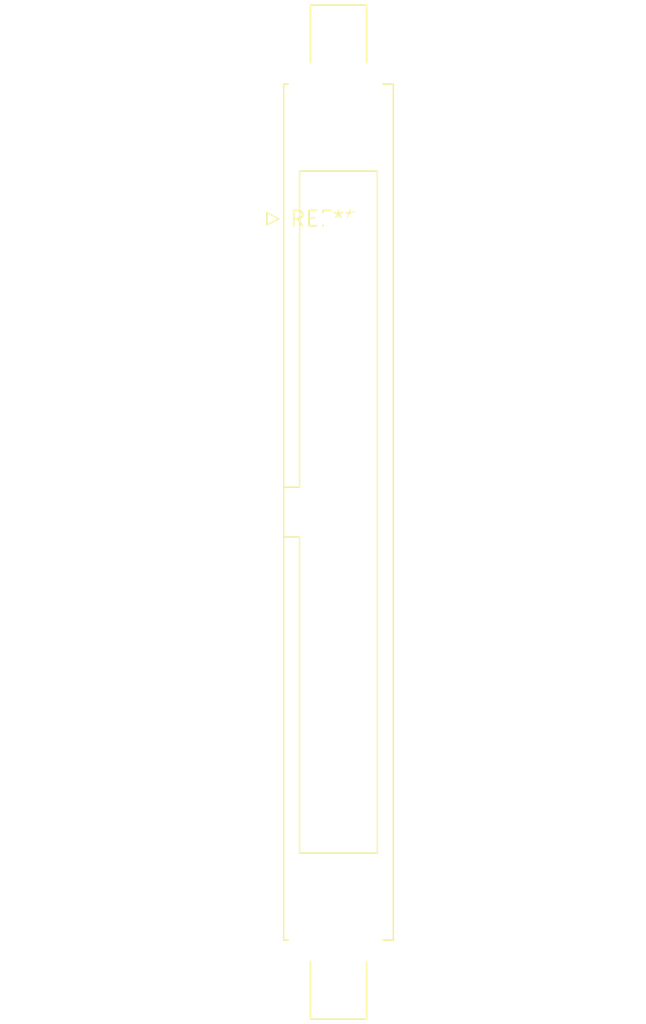
<source format=kicad_pcb>
(kicad_pcb (version 20240108) (generator pcbnew)
  (layers (0 "F.Cu" signal) (31 "B.Cu" signal) (34 "B.Paste" user) (35 "F.Paste" user) (36 "B.SilkS" user "B.Silkscreen") (37 "F.SilkS" user "F.Silkscreen") (38 "B.Mask" user) (39 "F.Mask" user) (44 "Edge.Cuts" user))
  (net 0 "")
  (footprint "IDC-Header_2x20-1MP_P2.54mm_Latch6.5mm_Vertical" (layer "F.Cu") (at 0 0)
    (property "Reference" "REF**")
    (property "Value" "IDC-Header_2x20-1MP_P2.54mm_Latch6.5mm_Vertical")
    (fp_line (start -4.63 -0.5) (end -4.63 0.5) (layer "F.SilkS") (stroke (width 0.12)))
    (fp_line (start -4.63 0.5) (end -3.63 0) (layer "F.SilkS") (stroke (width 0.12)))
    (fp_line (start -3.63 0) (end -4.63 -0.5) (layer "F.SilkS") (stroke (width 0.12)))
    (fp_line (start -3.24 -11.08) (end -3.24 59.34) (layer "F.SilkS") (stroke (width 0.12)))
    (fp_line (start -3.24 22.08) (end -1.93 22.08) (layer "F.SilkS") (stroke (width 0.12)))
    (fp_line (start -3.24 59.34) (end -2.87 59.34) (layer "F.SilkS") (stroke (width 0.12)))
    (fp_line (start -2.87 -11.08) (end -3.24 -11.08) (layer "F.SilkS") (stroke (width 0.12)))
    (fp_line (start -1.93 -3.92) (end 4.47 -3.92) (layer "F.SilkS") (stroke (width 0.12)))
    (fp_line (start -1.93 22.08) (end -1.93 -3.92) (layer "F.SilkS") (stroke (width 0.12)))
    (fp_line (start -1.93 26.18) (end -3.24 26.18) (layer "F.SilkS") (stroke (width 0.12)))
    (fp_line (start -1.93 26.18) (end -1.93 26.18) (layer "F.SilkS") (stroke (width 0.12)))
    (fp_line (start -1.93 52.18) (end -1.93 26.18) (layer "F.SilkS") (stroke (width 0.12)))
    (fp_line (start -1.04 -17.58) (end 3.58 -17.58) (layer "F.SilkS") (stroke (width 0.12)))
    (fp_line (start -1.04 -12.83) (end -1.04 -17.58) (layer "F.SilkS") (stroke (width 0.12)))
    (fp_line (start -1.04 61.09) (end -1.04 65.84) (layer "F.SilkS") (stroke (width 0.12)))
    (fp_line (start -1.04 65.84) (end 3.58 65.84) (layer "F.SilkS") (stroke (width 0.12)))
    (fp_line (start 3.58 -17.58) (end 3.58 -12.83) (layer "F.SilkS") (stroke (width 0.12)))
    (fp_line (start 3.58 65.84) (end 3.58 61.09) (layer "F.SilkS") (stroke (width 0.12)))
    (fp_line (start 4.47 -3.92) (end 4.47 52.18) (layer "F.SilkS") (stroke (width 0.12)))
    (fp_line (start 4.47 52.18) (end -1.93 52.18) (layer "F.SilkS") (stroke (width 0.12)))
    (fp_line (start 4.91 -11.08) (end 5.78 -11.08) (layer "F.SilkS") (stroke (width 0.12)))
    (fp_line (start 5.78 -11.08) (end 5.78 59.34) (layer "F.SilkS") (stroke (width 0.12)))
    (fp_line (start 5.78 59.34) (end 4.91 59.34) (layer "F.SilkS") (stroke (width 0.12)))
    (pad "1" thru_hole roundrect (at 0 0) (size 1.7 1.7) (drill 1) (layers *.Cu *.Mask) (remove_unused_layers) (roundrect_rratio 0.147059))
    (pad "2" thru_hole circle (at 2.54 0) (size 1.7 1.7) (drill 1) (layers *.Cu *.Mask) (remove_unused_layers))
    (pad "3" thru_hole circle (at 0 2.54) (size 1.7 1.7) (drill 1) (layers *.Cu *.Mask) (remove_unused_layers))
    (pad "4" thru_hole circle (at 2.54 2.54) (size 1.7 1.7) (drill 1) (layers *.Cu *.Mask) (remove_unused_layers))
    (pad "5" thru_hole circle (at 0 5.08) (size 1.7 1.7) (drill 1) (layers *.Cu *.Mask) (remove_unused_layers))
    (pad "6" thru_hole circle (at 2.54 5.08) (size 1.7 1.7) (drill 1) (layers *.Cu *.Mask) (remove_unused_layers))
    (pad "7" thru_hole circle (at 0 7.62) (size 1.7 1.7) (drill 1) (layers *.Cu *.Mask) (remove_unused_layers))
    (pad "8" thru_hole circle (at 2.54 7.62) (size 1.7 1.7) (drill 1) (layers *.Cu *.Mask) (remove_unused_layers))
    (pad "9" thru_hole circle (at 0 10.16) (size 1.7 1.7) (drill 1) (layers *.Cu *.Mask) (remove_unused_layers))
    (pad "10" thru_hole circle (at 2.54 10.16) (size 1.7 1.7) (drill 1) (layers *.Cu *.Mask) (remove_unused_layers))
    (pad "11" thru_hole circle (at 0 12.7) (size 1.7 1.7) (drill 1) (layers *.Cu *.Mask) (remove_unused_layers))
    (pad "12" thru_hole circle (at 2.54 12.7) (size 1.7 1.7) (drill 1) (layers *.Cu *.Mask) (remove_unused_layers))
    (pad "13" thru_hole circle (at 0 15.24) (size 1.7 1.7) (drill 1) (layers *.Cu *.Mask) (remove_unused_layers))
    (pad "14" thru_hole circle (at 2.54 15.24) (size 1.7 1.7) (drill 1) (layers *.Cu *.Mask) (remove_unused_layers))
    (pad "15" thru_hole circle (at 0 17.78) (size 1.7 1.7) (drill 1) (layers *.Cu *.Mask) (remove_unused_layers))
    (pad "16" thru_hole circle (at 2.54 17.78) (size 1.7 1.7) (drill 1) (layers *.Cu *.Mask) (remove_unused_layers))
    (pad "17" thru_hole circle (at 0 20.32) (size 1.7 1.7) (drill 1) (layers *.Cu *.Mask) (remove_unused_layers))
    (pad "18" thru_hole circle (at 2.54 20.32) (size 1.7 1.7) (drill 1) (layers *.Cu *.Mask) (remove_unused_layers))
    (pad "19" thru_hole circle (at 0 22.86) (size 1.7 1.7) (drill 1) (layers *.Cu *.Mask) (remove_unused_layers))
    (pad "20" thru_hole circle (at 2.54 22.86) (size 1.7 1.7) (drill 1) (layers *.Cu *.Mask) (remove_unused_layers))
    (pad "21" thru_hole circle (at 0 25.4) (size 1.7 1.7) (drill 1) (layers *.Cu *.Mask) (remove_unused_layers))
    (pad "22" thru_hole circle (at 2.54 25.4) (size 1.7 1.7) (drill 1) (layers *.Cu *.Mask) (remove_unused_layers))
    (pad "23" thru_hole circle (at 0 27.94) (size 1.7 1.7) (drill 1) (layers *.Cu *.Mask) (remove_unused_layers))
    (pad "24" thru_hole circle (at 2.54 27.94) (size 1.7 1.7) (drill 1) (layers *.Cu *.Mask) (remove_unused_layers))
    (pad "25" thru_hole circle (at 0 30.48) (size 1.7 1.7) (drill 1) (layers *.Cu *.Mask) (remove_unused_layers))
    (pad "26" thru_hole circle (at 2.54 30.48) (size 1.7 1.7) (drill 1) (layers *.Cu *.Mask) (remove_unused_layers))
    (pad "27" thru_hole circle (at 0 33.02) (size 1.7 1.7) (drill 1) (layers *.Cu *.Mask) (remove_unused_layers))
    (pad "28" thru_hole circle (at 2.54 33.02) (size 1.7 1.7) (drill 1) (layers *.Cu *.Mask) (remove_unused_layers))
    (pad "29" thru_hole circle (at 0 35.56) (size 1.7 1.7) (drill 1) (layers *.Cu *.Mask) (remove_unused_layers))
    (pad "30" thru_hole circle (at 2.54 35.56) (size 1.7 1.7) (drill 1) (layers *.Cu *.Mask) (remove_unused_layers))
    (pad "31" thru_hole circle (at 0 38.1) (size 1.7 1.7) (drill 1) (layers *.Cu *.Mask) (remove_unused_layers))
    (pad "32" thru_hole circle (at 2.54 38.1) (size 1.7 1.7) (drill 1) (layers *.Cu *.Mask) (remove_unused_layers))
    (pad "33" thru_hole circle (at 0 40.64) (size 1.7 1.7) (drill 1) (layers *.Cu *.Mask) (remove_unused_layers))
    (pad "34" thru_hole circle (at 2.54 40.64) (size 1.7 1.7) (drill 1) (layers *.Cu *.Mask) (remove_unused_layers))
    (pad "35" thru_hole circle (at 0 43.18) (size 1.7 1.7) (drill 1) (layers *.Cu *.Mask) (remove_unused_layers))
    (pad "36" thru_hole circle (at 2.54 43.18) (size 1.7 1.7) (drill 1) (layers *.Cu *.Mask) (remove_unused_layers))
    (pad "37" thru_hole circle (at 0 45.72) (size 1.7 1.7) (drill 1) (layers *.Cu *.Mask) (remove_unused_layers))
    (pad "38" thru_hole circle (at 2.54 45.72) (size 1.7 1.7) (drill 1) (layers *.Cu *.Mask) (remove_unused_layers))
    (pad "39" thru_hole circle (at 0 48.26) (size 1.7 1.7) (drill 1) (layers *.Cu *.Mask) (remove_unused_layers))
    (pad "40" thru_hole circle (at 2.54 48.26) (size 1.7 1.7) (drill 1) (layers *.Cu *.Mask) (remove_unused_layers))
    (pad "MP" thru_hole circle (at 1.02 -8.94) (size 8 8) (drill 2.69) (layers *.Cu *.Mask) (remove_unused_layers))
    (pad "MP" thru_hole circle (at 1.02 57.2) (size 8 8) (drill 2.69) (layers *.Cu *.Mask) (remove_unused_layers))
  )
)
</source>
